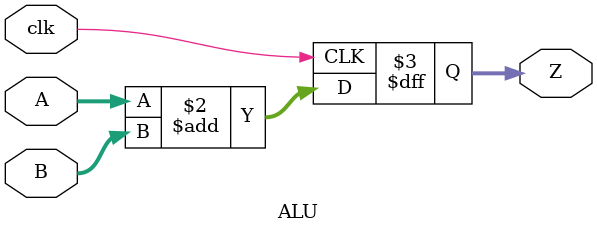
<source format=v>
`timescale 1ns / 0.1ns


module ALU(clk, A, B, Z);

	input clk;
	input [7:0] A;
	input [7:0] B;
	output reg [8:0] Z;


always @(posedge clk) begin

//		ADD:
 Z <= A + B;
//		SUB: Z <= A - B;
//		MUL:
//			begin
//				temp <= A * B;
//				Z[7:0] <= temp[7:0];
//				Z[8] <= |(temp[15:8]);
//			end
//		DIV: 
//Z <= A / B;

	
//		SHL: Z[8:1] <= A[7:1];
//		SHR: 
//Z[6:0] <= A[7:1];
//		ROL: 
//Z <= {A[6:0], A[7]};
//		ROR:
//Z <= {A[0], A[7:1]};
	
	
//		AND: 
//Z <= {A & B};
//		OR: 
//Z <= {A | B};
//		XOR:
// Z <= {A ^ B};
//		NOR:
// Z <= {~(A | B)};
//		NAND: 
//Z <= {~(A & B)};
//		XNOR: 
//Z <= {~(A ^ B)};
//		EQ:
// Z <= A==B ? 1 : 0;
//		GREAT: 
//Z <= A>B ? 1 : 0;

//	endcase
end
endmodule

</source>
